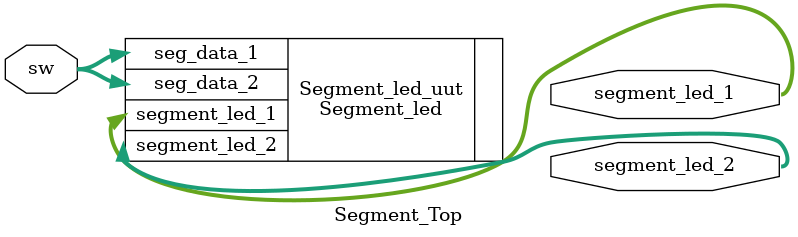
<source format=v>
module Segment_Top
(
input	[3:0]	sw,
output	[8:0]	segment_led_1,  //MSB~LSB = SEG,DP,G,F,E,D,C,B,A
output	[8:0]	segment_led_2   //MSB~LSB = SEG,DP,G,F,E,D,C,B,A
);

Segment_led Segment_led_uut
(
.seg_data_1(sw),  //seg_data input
.seg_data_2(sw),  //seg_data input
.segment_led_1(segment_led_1),  //segment_led output, MSB~LSB = SEG,DP,G,F,E,D,C,B,A
.segment_led_2(segment_led_2)   //segment_led output, MSB~LSB = SEG,DP,G,F,E,D,C,B,A
);

endmodule

</source>
